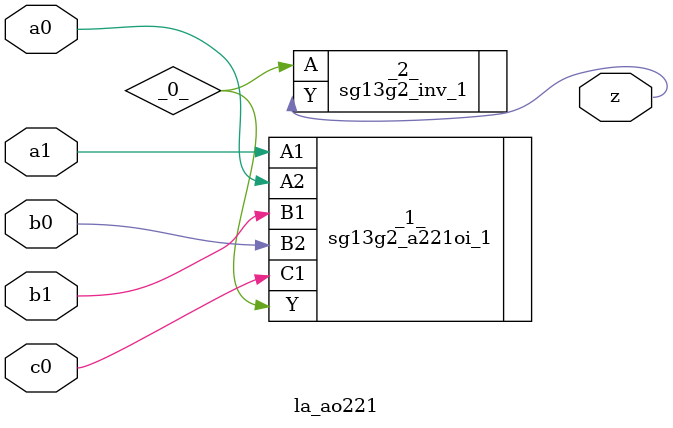
<source format=v>

/* Generated by Yosys 0.40+33 (git sha1 cd1fb8b15, g++ 11.4.0-1ubuntu1~22.04 -fPIC -Os) */

module la_ao221(a0, a1, b0, b1, c0, z);
  wire _0_;
  input a0;
  wire a0;
  input a1;
  wire a1;
  input b0;
  wire b0;
  input b1;
  wire b1;
  input c0;
  wire c0;
  output z;
  wire z;
  sg13g2_a221oi_1 _1_ (
    .A1(a1),
    .A2(a0),
    .B1(b1),
    .B2(b0),
    .C1(c0),
    .Y(_0_)
  );
  sg13g2_inv_1 _2_ (
    .A(_0_),
    .Y(z)
  );
endmodule

</source>
